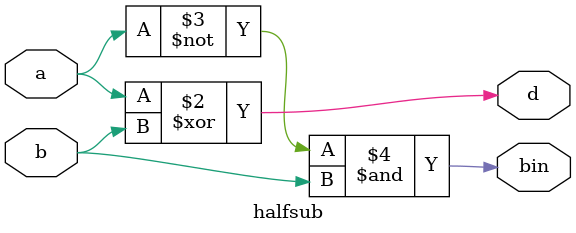
<source format=v>
module halfsub(d,bin,a,b);
	input a,b;
	output reg d,bin;
	always@(a,b)
		
			begin
				d =a^b; 
				bin=~a&b;	
			end
			
	endmodule

</source>
